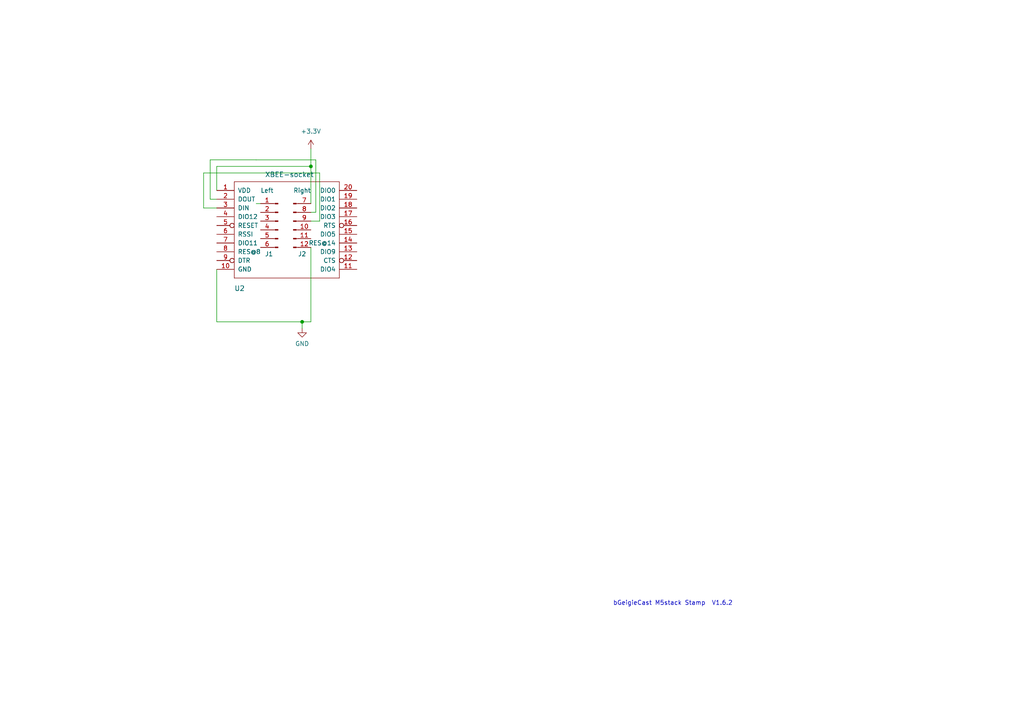
<source format=kicad_sch>
(kicad_sch (version 20240602) (generator "eeschema") (generator_version "8.99")
  (paper "A4")
  (title_block (date "2024-06-14"))
  (lib_symbols
    (symbol "Conn_01x06_Pin_1" (pin_names (offset 1.016) hide)
      (property "Reference" "J2" (at 2.54 -9.525 0))
      (property "Value" "Right" (at 2.54 8.89 0))
      (symbol "Conn_01x06_Pin_1_1_1"
        (rectangle (start 0.8636 5.207) (end 0 4.953) (stroke (width 0.1524)) (fill (type outline)))
        (rectangle (start 0.8636 2.667) (end 0 2.413) (stroke (width 0.1524)) (fill (type outline)))
        (rectangle (start 0.8636 0.127) (end 0 -0.127) (stroke (width 0.1524)) (fill (type outline)))
        (rectangle (start 0.8636 -2.413) (end 0 -2.667) (stroke (width 0.1524)) (fill (type outline)))
        (rectangle (start 0.8636 -4.953) (end 0 -5.207) (stroke (width 0.1524)) (fill (type outline)))
        (rectangle (start 0.8636 -7.493) (end 0 -7.747) (stroke (width 0.1524)) (fill (type outline)))
        (polyline (pts (xy 1.27 5.08) (xy 0.8636 5.08)) (stroke (width 0.1524)))
        (polyline (pts (xy 1.27 2.54) (xy 0.8636 2.54)) (stroke (width 0.1524)))
        (polyline (pts (xy 1.27 0) (xy 0.8636 0)) (stroke (width 0.1524)))
        (polyline (pts (xy 1.27 -2.54) (xy 0.8636 -2.54)) (stroke (width 0.1524)))
        (polyline (pts (xy 1.27 -5.08) (xy 0.8636 -5.08)) (stroke (width 0.1524)))
        (polyline (pts (xy 1.27 -7.62) (xy 0.8636 -7.62)) (stroke (width 0.1524)))
        (pin passive line (at 5.08 5.08 180) (length 3.81) (name "Pin_7") (number "7"))
        (pin passive line (at 5.08 2.54 180) (length 3.81) (name "Pin_8") (number "8"))
        (pin passive line (at 5.08 0 180) (length 3.81) (name "Pin_9") (number "9"))
        (pin passive line (at 5.08 -2.54 180) (length 3.81) (name "Pin_10") (number "10"))
        (pin passive line (at 5.08 -5.08 180) (length 3.81) (name "Pin_11") (number "11"))
        (pin passive line (at 5.08 -7.62 180) (length 3.81) (name "Pin_12") (number "12"))
      )
    )
    (symbol "Connector:Conn_01x06_Pin" (pin_names (offset 1.016) hide)
      (property "Reference" "J1" (at 3.81 6.985 0))
      (property "Value" "Left" (at 5.08 -11.43 0))
      (symbol "Conn_01x06_Pin_1_1"
        (rectangle (start 0.8636 5.207) (end 0 4.953) (stroke (width 0.1524)) (fill (type outline)))
        (rectangle (start 0.8636 2.667) (end 0 2.413) (stroke (width 0.1524)) (fill (type outline)))
        (rectangle (start 0.8636 0.127) (end 0 -0.127) (stroke (width 0.1524)) (fill (type outline)))
        (rectangle (start 0.8636 -2.413) (end 0 -2.667) (stroke (width 0.1524)) (fill (type outline)))
        (rectangle (start 0.8636 -4.953) (end 0 -5.207) (stroke (width 0.1524)) (fill (type outline)))
        (rectangle (start 0.8636 -7.493) (end 0 -7.747) (stroke (width 0.1524)) (fill (type outline)))
        (polyline (pts (xy 1.27 5.08) (xy 0.8636 5.08)) (stroke (width 0.1524)))
        (polyline (pts (xy 1.27 2.54) (xy 0.8636 2.54)) (stroke (width 0.1524)))
        (polyline (pts (xy 1.27 0) (xy 0.8636 0)) (stroke (width 0.1524)))
        (polyline (pts (xy 1.27 -2.54) (xy 0.8636 -2.54)) (stroke (width 0.1524)))
        (polyline (pts (xy 1.27 -5.08) (xy 0.8636 -5.08)) (stroke (width 0.1524)))
        (polyline (pts (xy 1.27 -7.62) (xy 0.8636 -7.62)) (stroke (width 0.1524)))
        (pin passive line (at 5.08 5.08 180) (length 3.81) (name "Pin_1") (number "6"))
        (pin passive line (at 5.08 2.54 180) (length 3.81) (name "Pin_2") (number "5"))
        (pin passive line (at 5.08 0 180) (length 3.81) (name "Pin_3") (number "4"))
        (pin passive line (at 5.08 -2.54 180) (length 3.81) (name "Pin_4") (number "3"))
        (pin passive line (at 5.08 -5.08 180) (length 3.81) (name "Pin_5") (number "2"))
        (pin passive line (at 5.08 -7.62 180) (length 3.81) (name "Pin_6") (number "1"))
      )
    )
    (symbol "power:+3.3V" (power) (pin_names (offset 0))
      (property "Value" "+3.3V" (at 0 3.556 0))
      (symbol "+3.3V_0_1"
        (polyline (pts (xy -0.762 1.27) (xy 0 2.54)))
        (polyline (pts (xy 0 2.54) (xy 0.762 1.27)))
        (polyline (pts (xy 0 0) (xy 0 2.54)))
      )
      (symbol "+3.3V_1_1"
        (pin power_in line (at 0 0 90) (length 0) hide (name "+3.3V") (number "1"))
      )
    )
    (symbol "power:GND" (power) (pin_names (offset 0))
      (property "Value" "GND" (at 0 -3.81 0))
      (symbol "GND_0_1"
        (polyline (pts (xy 0 0) (xy 0 -1.27) (xy 1.27 -1.27) (xy 0 -2.54) (xy -1.27 -1.27) (xy 0 -1.27)))
      )
      (symbol "GND_1_1"
        (pin power_in line (at 0 0 270) (length 0) hide (name "GND") (number "1"))
      )
    )
    (symbol "xbee-eagle-import:XBEE-1B2" (pin_names (offset 1.016))
      (property "Value" "XBEE-1B2" (at -15.24 -17.78 0))
      (symbol "XBEE-1B2_1_0"
        (polyline (pts (xy -15.24 12.7) (xy 15.24 12.7)))
        (polyline (pts (xy -15.24 -15.24) (xy -15.24 12.7)))
        (polyline (pts (xy 15.24 12.7) (xy 15.24 -15.24)))
        (polyline (pts (xy 15.24 -15.24) (xy -15.24 -15.24)))
        (pin power_in line (at -20.32 10.16 0) (length 5.08) (name "VDD") (number "1"))
        (pin output line (at -20.32 7.62 0) (length 5.08) (name "DOUT") (number "2"))
        (pin input line (at -20.32 5.08 0) (length 5.08) (name "DIN") (number "3"))
        (pin bidirectional line (at -20.32 2.54 0) (length 5.08) (name "DIO12") (number "4"))
        (pin input inverted (at -20.32 0 0) (length 5.08) (name "RESET") (number "5"))
        (pin bidirectional line (at -20.32 -2.54 0) (length 5.08) (name "RSSI") (number "6"))
        (pin bidirectional line (at -20.32 -5.08 0) (length 5.08) (name "DIO11") (number "7"))
        (pin bidirectional line (at -20.32 -7.62 0) (length 5.08) (name "RES@8") (number "8"))
        (pin bidirectional inverted (at -20.32 -10.16 0) (length 5.08) (name "DTR") (number "9"))
        (pin power_in line (at -20.32 -12.7 0) (length 5.08) (name "GND") (number "10"))
        (pin bidirectional line (at 20.32 10.16 180) (length 5.08) (name "DIO0") (number "20"))
        (pin bidirectional line (at 20.32 7.62 180) (length 5.08) (name "DIO1") (number "19"))
        (pin bidirectional line (at 20.32 5.08 180) (length 5.08) (name "DIO2") (number "18"))
        (pin bidirectional line (at 20.32 2.54 180) (length 5.08) (name "DIO3") (number "17"))
        (pin input inverted (at 20.32 0 180) (length 5.08) (name "RTS") (number "16"))
        (pin bidirectional line (at 20.32 -2.54 180) (length 5.08) (name "DIO5") (number "15"))
        (pin bidirectional line (at 20.32 -5.08 180) (length 5.08) (name "RES@14") (number "14"))
        (pin bidirectional line (at 20.32 -7.62 180) (length 5.08) (name "DIO9") (number "13"))
        (pin output inverted (at 20.32 -10.16 180) (length 5.08) (name "CTS") (number "12"))
        (pin bidirectional line (at 20.32 -12.7 180) (length 5.08) (name "DIO4") (number "11"))
      )
    )
  )
  (text "bGeigieCast M5stack Stamp  V1.6.2\n\n" (at 177.8 177.8 0) (effects (font (size 1.27 1.27)) (justify left bottom)))
  (junction (at 87.63 93.345))
  (junction (at 90.17 48.26))
  (wire (pts (xy 62.865 57.785) (xy 60.96 57.785)))
  (wire (pts (xy 62.865 60.325) (xy 59.055 60.325)))
  (wire (pts (xy 59.055 50.165) (xy 92.71 50.165)))
  (wire (pts (xy 90.17 43.18) (xy 90.17 48.26)))
  (wire (pts (xy 91.5976 46.3657) (xy 74.2786 46.3657)))
  (wire (pts (xy 60.96 46.355) (xy 74.2786 46.355)))
  (wire (pts (xy 87.63 93.345) (xy 87.63 95.25)))
  (wire (pts (xy 92.71 64.135) (xy 90.17 64.135)))
  (wire (pts (xy 74.2786 46.3657) (xy 74.2786 46.355)))
  (wire (pts (xy 87.63 93.345) (xy 90.17 93.345)))
  (wire (pts (xy 74.295 59.055) (xy 75.565 59.055)))
  (wire (pts (xy 90.17 61.5736) (xy 90.17 61.595)))
  (wire (pts (xy 90.17 48.26) (xy 90.17 59.055)))
  (wire (pts (xy 87.63 93.345) (xy 62.865 93.345)))
  (wire (pts (xy 90.17 61.5736) (xy 91.5976 61.5736)))
  (wire (pts (xy 91.5976 61.5736) (xy 91.5976 46.3657)))
  (wire (pts (xy 60.96 57.785) (xy 60.96 46.355)))
  (wire (pts (xy 59.055 60.325) (xy 59.055 50.165)))
  (wire (pts (xy 62.865 55.245) (xy 62.865 48.26)))
  (wire (pts (xy 62.865 48.26) (xy 90.17 48.26)))
  (wire (pts (xy 62.865 78.105) (xy 62.865 93.345)))
  (wire (pts (xy 92.71 50.165) (xy 92.71 64.135)))
  (wire (pts (xy 90.17 71.755) (xy 90.17 93.345)))
  (symbol (lib_id "xbee-eagle-import:XBEE-1B2") (at 83.185 65.405 0) (unit 1)
    (property "Reference" "U2" (at 67.945 84.455 0) (effects (font (size 1.4224 1.4224)) (justify left bottom)))
    (property "Value" "XBEE-socket" (at 76.835 51.435 0) (effects (font (size 1.4224 1.4224)) (justify left bottom)))
    (property "Footprint" "digikey-footprints:XBEE-20_THT" (effects (hide yes)))
  )
  (symbol (lib_name "Conn_01x06_Pin_1") (lib_id "Connector:Conn_01x06_Pin") (at 85.09 64.135 0) (unit 1)
    (property "Reference" "J2" (at 87.63 73.66 0))
    (property "Value" "Right" (at 87.63 55.245 0))
    (property "Footprint" "Connector_PinHeader_2.54mm:PinHeader_1x06_P2.54mm_Vertical" (effects (hide yes)))
    (property "Description" "Generic connector, single row, 01x06, script generated" (effects (hide yes)))
  )
  (symbol (lib_id "power:GND") (at 87.63 95.25 0) (unit 1)
    (property "Reference" "#PWR01" (effects (hide yes)))
    (property "Value" "GND" (at 87.63 99.695 0))
    (property "Description" "Power symbol creates a global label with name \"GND\" , ground" (effects (hide yes)))
  )
  (symbol (lib_id "Connector:Conn_01x06_Pin") (at 80.645 66.675 180) (unit 1)
    (property "Reference" "J1" (at 76.835 73.66 0) (effects (justify right)))
    (property "Value" "Left" (at 75.565 55.245 0) (effects (justify right)))
    (property "Footprint" "Connector_PinHeader_2.54mm:PinHeader_1x09_P2.54mm_Vertical" (effects (hide yes)))
    (property "Description" "Generic connector, single row, 01x06, script generated" (effects (hide yes)))
  )
  (symbol (lib_id "power:+3.3V") (at 90.17 43.18 0) (unit 1)
    (property "Reference" "#PWR02" (effects (hide yes)))
    (property "Value" "+3.3V" (at 90.17 38.1 0))
    (property "Description" "Power symbol creates a global label with name \"+3.3V\"" (effects (hide yes)))
  )
)
</source>
